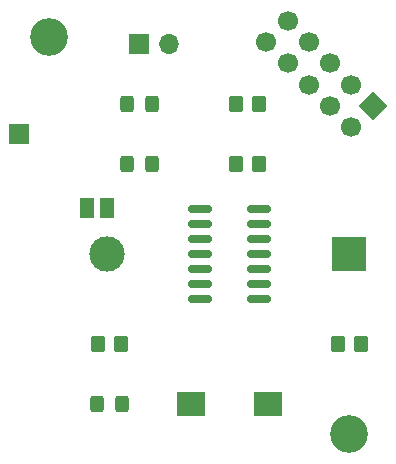
<source format=gbr>
%TF.GenerationSoftware,KiCad,Pcbnew,6.0.9-8da3e8f707~117~ubuntu22.04.1*%
%TF.CreationDate,2022-11-29T09:47:06-05:00*%
%TF.ProjectId,RFTransmitterV3,52465472-616e-4736-9d69-747465725633,rev?*%
%TF.SameCoordinates,Original*%
%TF.FileFunction,Soldermask,Top*%
%TF.FilePolarity,Negative*%
%FSLAX46Y46*%
G04 Gerber Fmt 4.6, Leading zero omitted, Abs format (unit mm)*
G04 Created by KiCad (PCBNEW 6.0.9-8da3e8f707~117~ubuntu22.04.1) date 2022-11-29 09:47:06*
%MOMM*%
%LPD*%
G01*
G04 APERTURE LIST*
G04 Aperture macros list*
%AMRoundRect*
0 Rectangle with rounded corners*
0 $1 Rounding radius*
0 $2 $3 $4 $5 $6 $7 $8 $9 X,Y pos of 4 corners*
0 Add a 4 corners polygon primitive as box body*
4,1,4,$2,$3,$4,$5,$6,$7,$8,$9,$2,$3,0*
0 Add four circle primitives for the rounded corners*
1,1,$1+$1,$2,$3*
1,1,$1+$1,$4,$5*
1,1,$1+$1,$6,$7*
1,1,$1+$1,$8,$9*
0 Add four rect primitives between the rounded corners*
20,1,$1+$1,$2,$3,$4,$5,0*
20,1,$1+$1,$4,$5,$6,$7,0*
20,1,$1+$1,$6,$7,$8,$9,0*
20,1,$1+$1,$8,$9,$2,$3,0*%
%AMHorizOval*
0 Thick line with rounded ends*
0 $1 width*
0 $2 $3 position (X,Y) of the first rounded end (center of the circle)*
0 $4 $5 position (X,Y) of the second rounded end (center of the circle)*
0 Add line between two ends*
20,1,$1,$2,$3,$4,$5,0*
0 Add two circle primitives to create the rounded ends*
1,1,$1,$2,$3*
1,1,$1,$4,$5*%
%AMRotRect*
0 Rectangle, with rotation*
0 The origin of the aperture is its center*
0 $1 length*
0 $2 width*
0 $3 Rotation angle, in degrees counterclockwise*
0 Add horizontal line*
21,1,$1,$2,0,0,$3*%
G04 Aperture macros list end*
%ADD10RoundRect,0.250000X-0.350000X-0.450000X0.350000X-0.450000X0.350000X0.450000X-0.350000X0.450000X0*%
%ADD11C,3.200000*%
%ADD12R,1.200000X1.820000*%
%ADD13RoundRect,0.250000X0.350000X0.450000X-0.350000X0.450000X-0.350000X-0.450000X0.350000X-0.450000X0*%
%ADD14RotRect,1.700000X1.700000X225.000000*%
%ADD15HorizOval,1.700000X0.000000X0.000000X0.000000X0.000000X0*%
%ADD16R,2.400000X2.100000*%
%ADD17RoundRect,0.250000X-0.325000X-0.450000X0.325000X-0.450000X0.325000X0.450000X-0.325000X0.450000X0*%
%ADD18R,1.700000X1.700000*%
%ADD19O,1.700000X1.700000*%
%ADD20RoundRect,0.150000X-0.825000X-0.150000X0.825000X-0.150000X0.825000X0.150000X-0.825000X0.150000X0*%
%ADD21R,3.000000X3.000000*%
%ADD22C,3.000000*%
G04 APERTURE END LIST*
D10*
%TO.C,R3*%
X128540000Y-93980000D03*
X130540000Y-93980000D03*
%TD*%
D11*
%TO.C,REF\u002A\u002A*%
X149860000Y-101600000D03*
%TD*%
D12*
%TO.C,L1*%
X127651648Y-82448962D03*
X129371648Y-82448962D03*
%TD*%
D11*
%TO.C,REF\u002A\u002A*%
X124460000Y-67945000D03*
%TD*%
D13*
%TO.C,R4*%
X150860000Y-93980000D03*
X148860000Y-93980000D03*
%TD*%
D14*
%TO.C,PROG*%
X151810129Y-73807006D03*
D15*
X150014078Y-75603057D03*
X150014078Y-72010955D03*
X148218027Y-73807006D03*
X148218027Y-70214904D03*
X146421975Y-72010955D03*
X146421975Y-68418852D03*
X144625924Y-70214904D03*
X144625924Y-66622801D03*
X142829873Y-68418852D03*
%TD*%
D10*
%TO.C,R1*%
X140240000Y-78740000D03*
X142240000Y-78740000D03*
%TD*%
D16*
%TO.C,SW1*%
X143000000Y-99060000D03*
X136400000Y-99060000D03*
%TD*%
D17*
%TO.C,D2*%
X131055000Y-73660000D03*
X133105000Y-73660000D03*
%TD*%
D18*
%TO.C,J3*%
X132080000Y-68580000D03*
D19*
X134620000Y-68580000D03*
%TD*%
D20*
%TO.C,U1*%
X137225000Y-82550000D03*
X137225000Y-83820000D03*
X137225000Y-85090000D03*
X137225000Y-86360000D03*
X137225000Y-87630000D03*
X137225000Y-88900000D03*
X137225000Y-90170000D03*
X142175000Y-90170000D03*
X142175000Y-88900000D03*
X142175000Y-87630000D03*
X142175000Y-86360000D03*
X142175000Y-85090000D03*
X142175000Y-83820000D03*
X142175000Y-82550000D03*
%TD*%
D17*
%TO.C,D3*%
X128515000Y-99060000D03*
X130565000Y-99060000D03*
%TD*%
%TO.C,D1*%
X131055000Y-78740000D03*
X133105000Y-78740000D03*
%TD*%
D18*
%TO.C,AE1*%
X121920000Y-76200000D03*
%TD*%
D10*
%TO.C,R2*%
X140240000Y-73660000D03*
X142240000Y-73660000D03*
%TD*%
D21*
%TO.C,BT1*%
X149860000Y-86360000D03*
D22*
X129370000Y-86360000D03*
%TD*%
M02*

</source>
